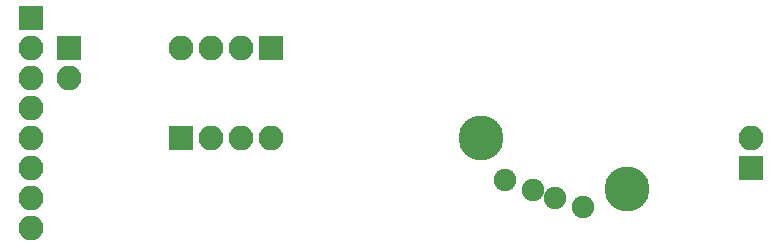
<source format=gbs>
G04 #@! TF.GenerationSoftware,KiCad,Pcbnew,(5.0.0-rc2-178-g3c7b91b96)*
G04 #@! TF.CreationDate,2018-08-09T18:01:17+02:00*
G04 #@! TF.ProjectId,pcb3,706362332E6B696361645F7063620000,rev?*
G04 #@! TF.SameCoordinates,Original*
G04 #@! TF.FileFunction,Soldermask,Bot*
G04 #@! TF.FilePolarity,Negative*
%FSLAX46Y46*%
G04 Gerber Fmt 4.6, Leading zero omitted, Abs format (unit mm)*
G04 Created by KiCad (PCBNEW (5.0.0-rc2-178-g3c7b91b96)) date 08/09/18 18:01:17*
%MOMM*%
%LPD*%
G01*
G04 APERTURE LIST*
%ADD10R,2.100000X2.100000*%
%ADD11O,2.100000X2.100000*%
%ADD12C,3.800000*%
%ADD13C,1.900000*%
G04 APERTURE END LIST*
D10*
G04 #@! TO.C,J5*
X170180000Y-77470000D03*
D11*
X170180000Y-74930000D03*
G04 #@! TD*
D12*
G04 #@! TO.C,J6*
X147293966Y-74987059D03*
X159718080Y-79265025D03*
D13*
X149314418Y-78548910D03*
X151678215Y-79362829D03*
X153569252Y-80013966D03*
X155933049Y-80827886D03*
G04 #@! TD*
D10*
G04 #@! TO.C,J4*
X112395000Y-67310000D03*
D11*
X112395000Y-69850000D03*
G04 #@! TD*
D10*
G04 #@! TO.C,J2*
X129540000Y-67310000D03*
D11*
X127000000Y-67310000D03*
X124460000Y-67310000D03*
X121920000Y-67310000D03*
G04 #@! TD*
D10*
G04 #@! TO.C,J3*
X121920000Y-74930000D03*
D11*
X124460000Y-74930000D03*
X127000000Y-74930000D03*
X129540000Y-74930000D03*
G04 #@! TD*
D10*
G04 #@! TO.C,J1*
X109220000Y-64770000D03*
D11*
X109220000Y-67310000D03*
X109220000Y-69850000D03*
X109220000Y-72390000D03*
X109220000Y-74930000D03*
X109220000Y-77470000D03*
X109220000Y-80010000D03*
X109220000Y-82550000D03*
G04 #@! TD*
M02*

</source>
